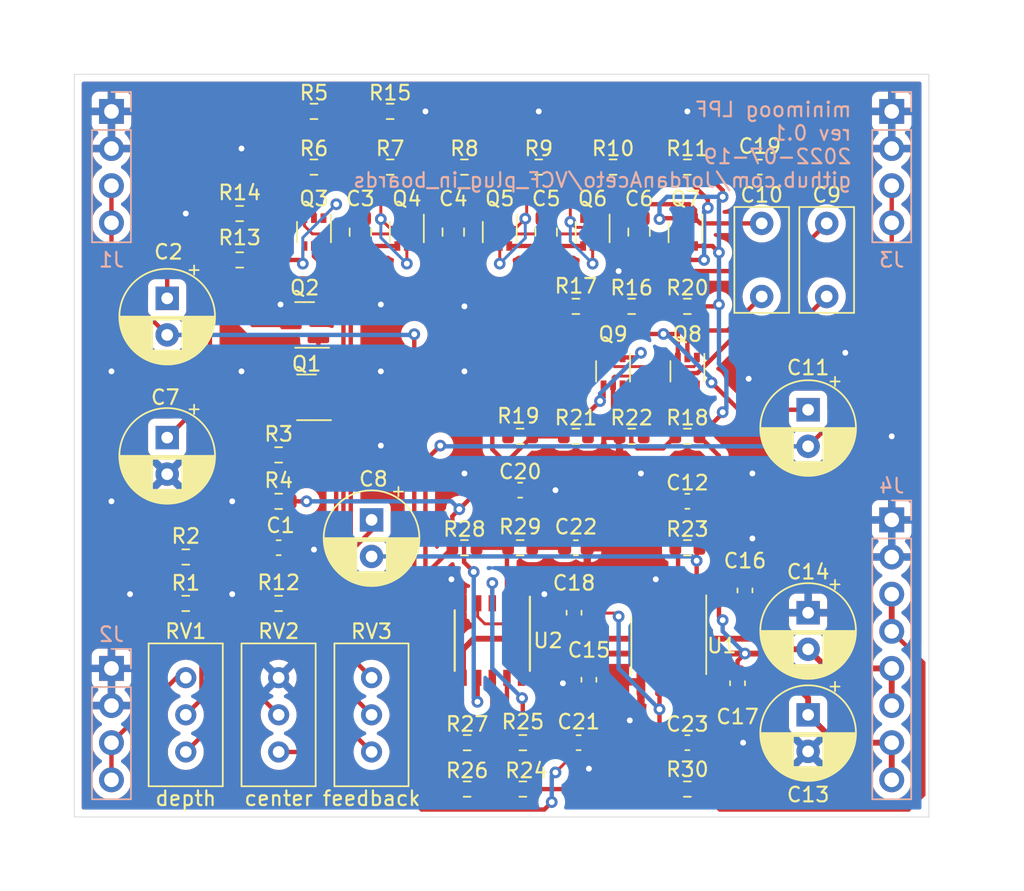
<source format=kicad_pcb>
(kicad_pcb (version 20211014) (generator pcbnew)
  (title_block (title "minimoog LPF plug-in board") (date "2022-07-19") (rev "0.1") (comment 1 "creativecommons.org/licenses/by/4.0/") (comment 2 "License: CC by 4.0") (comment 3 "Author: Jordan Aceto"))
  (layers (0 "F.Cu" signal) (31 "B.Cu" signal) (34 "B.Paste" user) (35 "F.Paste" user) (36 "B.SilkS" user "B.Silkscreen") (37 "F.SilkS" user "F.Silkscreen") (38 "B.Mask" user) (39 "F.Mask" user) (44 "Edge.Cuts" user))
  (net 0 "")
  (net 1 "GND")
  (net 2 "+12V")
  (net 3 "-12V")
  (net 4 "/DRY_SIGNAL")
  (net 5 "Net-(C1-Pad2)")
  (net 6 "Net-(C3-Pad1)")
  (net 7 "Net-(C4-Pad2)")
  (net 8 "Net-(C5-Pad1)")
  (net 9 "Net-(C2-Pad1)")
  (net 10 "Net-(C3-Pad2)")
  (net 11 "Net-(C4-Pad1)")
  (net 12 "Net-(C5-Pad2)")
  (net 13 "Net-(C10-Pad2)")
  (net 14 "Net-(C6-Pad2)")
  (net 15 "/feedback_VCA/SIGNAL_OUT")
  (net 16 "Net-(C9-Pad2)")
  (net 17 "Net-(C7-Pad1)")
  (net 18 "/feedback_VCA/WET_IN")
  (net 19 "Net-(C8-Pad1)")
  (net 20 "Net-(C12-Pad2)")
  (net 21 "Net-(C21-Pad1)")
  (net 22 "Net-(C10-Pad1)")
  (net 23 "Net-(C11-Pad1)")
  (net 24 "Net-(C22-Pad1)")
  (net 25 "Net-(C23-Pad1)")
  (net 26 "Net-(Q1-Pad3)")
  (net 27 "Net-(Q1-Pad2)")
  (net 28 "Net-(C23-Pad2)")
  (net 29 "/low_pass_core/FREQ_CV_IN")
  (net 30 "Net-(Q3-Pad2)")
  (net 31 "Net-(Q4-Pad2)")
  (net 32 "/feedback_VCA/CV_IN")
  (net 33 "Net-(Q8-Pad1)")
  (net 34 "Net-(Q8-Pad4)")
  (net 35 "Net-(Q2-Pad3)")
  (net 36 "Net-(R1-Pad1)")
  (net 37 "Net-(R2-Pad1)")
  (net 38 "Net-(Q5-Pad2)")
  (net 39 "Net-(R12-Pad1)")
  (net 40 "Net-(Q3-Pad1)")
  (net 41 "Net-(R14-Pad1)")
  (net 42 "Net-(Q8-Pad6)")
  (net 43 "Net-(Q6-Pad2)")
  (net 44 "Net-(Q7-Pad2)")
  (net 45 "Net-(R24-Pad2)")
  (net 46 "Net-(Q9-Pad1)")
  (net 47 "Net-(R25-Pad1)")
  (net 48 "Net-(R28-Pad1)")
  (net 49 "Net-(Q3-Pad5)")
  (footprint "Capacitor_THT:CP_Radial_D6.3mm_P2.50mm" (layer "F.Cu") (at 140.335 104.14 -90)
    (fp_text reference "C8")
    (fp_text value "10u")
  )
  (footprint "Capacitor_SMD:C_0603_1608Metric" (layer "F.Cu") (at 165.862 108.966 -90)
    (fp_text reference "C16")
    (fp_text value "100nF")
  )
  (footprint "Capacitor_SMD:C_0603_1608Metric" (layer "F.Cu") (at 161.925 119.38 180)
    (fp_text reference "C23")
    (fp_text value "1n")
  )
  (footprint "Resistor_SMD:R_0603_1608Metric" (layer "F.Cu") (at 127.635 106.68)
    (fp_text reference "R2")
    (fp_text value "1k")
  )
  (footprint "Package_TO_SOT_SMD:SOT-363_SC-70-6" (layer "F.Cu") (at 156.845 93.98 -90)
    (fp_text reference "Q9")
    (fp_text value "BCM847")
  )
  (footprint "Capacitor_THT:CP_Radial_D6.3mm_P2.50mm" (layer "F.Cu") (at 170.18 96.607621 -90)
    (fp_text reference "C11")
    (fp_text value "10u")
  )
  (footprint "Resistor_SMD:R_0603_1608Metric" (layer "F.Cu") (at 141.605 80.01 180)
    (fp_text reference "R7")
    (fp_text value "150")
  )
  (footprint "Package_SO:SOIC-8_3.9x4.9mm_P1.27mm" (layer "F.Cu") (at 160.655 112.745 -90)
    (fp_text reference "U1")
    (fp_text value "TL072")
  )
  (footprint "Package_TO_SOT_SMD:SOT-363_SC-70-6" (layer "F.Cu") (at 149.098 84.455 -90)
    (fp_text reference "Q5")
    (fp_text value "BCM847")
  )
  (footprint "Capacitor_THT:CP_Radial_D6.3mm_P2.50mm" (layer "F.Cu") (at 126.365 98.512621 -90)
    (fp_text reference "C7")
    (fp_text value "220u")
  )
  (footprint "Capacitor_SMD:C_0603_1608Metric" (layer "F.Cu") (at 165.354 115.316 -90)
    (fp_text reference "C17")
    (fp_text value "100nF")
  )
  (footprint "Resistor_SMD:R_0603_1608Metric" (layer "F.Cu") (at 158.115 89.535 180)
    (fp_text reference "R16")
    (fp_text value "47k")
  )
  (footprint "Potentiometer_THT:Potentiometer_Bourns_3296W_Vertical" (layer "F.Cu") (at 127.635 120.015 -90)
    (fp_text reference "RV1")
    (fp_text value "10k")
  )
  (footprint "Resistor_SMD:R_0603_1608Metric" (layer "F.Cu") (at 133.985 102.87)
    (fp_text reference "R4")
    (fp_text value "330")
  )
  (footprint "Capacitor_SMD:C_0603_1608Metric" (layer "F.Cu") (at 154.178 110.49 -90)
    (fp_text reference "C18")
    (fp_text value "100nF")
  )
  (footprint "Resistor_SMD:R_0603_1608Metric" (layer "F.Cu") (at 158.115 98.425 180)
    (fp_text reference "R22")
    (fp_text value "47k")
  )
  (footprint "Capacitor_THT:C_Rect_L7.0mm_W3.5mm_P5.00mm" (layer "F.Cu") (at 171.45 83.86 -90)
    (fp_text reference "C9")
    (fp_text value "470n")
  )
  (footprint "Capacitor_THT:CP_Radial_D6.3mm_P2.50mm" (layer "F.Cu") (at 126.365 88.987621 -90)
    (fp_text reference "C2")
    (fp_text value "10u")
  )
  (footprint "Capacitor_SMD:C_0603_1608Metric" (layer "F.Cu") (at 154.305 106.045)
    (fp_text reference "C22")
    (fp_text value "1n")
  )
  (footprint "Resistor_SMD:R_0603_1608Metric" (layer "F.Cu") (at 161.925 98.425 180)
    (fp_text reference "R18")
    (fp_text value "1k2")
  )
  (footprint "Package_TO_SOT_SMD:SOT-363_SC-70-6" (layer "F.Cu") (at 142.748 84.455 -90)
    (fp_text reference "Q4")
    (fp_text value "BCM847")
  )
  (footprint "Resistor_SMD:R_0603_1608Metric" (layer "F.Cu") (at 161.925 89.535 180)
    (fp_text reference "R20")
    (fp_text value "1k2")
  )
  (footprint "Capacitor_SMD:C_0805_2012Metric" (layer "F.Cu") (at 158.623 84.455 -90)
    (fp_text reference "C6")
    (fp_text value "22n 5%")
  )
  (footprint "Resistor_SMD:R_0603_1608Metric" (layer "F.Cu") (at 161.925 122.555)
    (fp_text reference "R30")
    (fp_text value "51k")
  )
  (footprint "Resistor_SMD:R_0603_1608Metric" (layer "F.Cu") (at 136.398 80.01)
    (fp_text reference "R6")
    (fp_text value "330")
  )
  (footprint "Package_TO_SOT_SMD:SOT-23" (layer "F.Cu") (at 135.89 95.758 180)
    (fp_text reference "Q1")
    (fp_text value "MMBT3906")
  )
  (footprint "Resistor_SMD:R_0603_1608Metric" (layer "F.Cu") (at 146.685 106.045 180)
    (fp_text reference "R28")
    (fp_text value "270k")
  )
  (footprint "Capacitor_SMD:C_0603_1608Metric" (layer "F.Cu") (at 155.194 115.075 -90)
    (fp_text reference "C15")
    (fp_text value "100nF")
  )
  (footprint "Capacitor_THT:CP_Radial_D6.3mm_P2.50mm" (layer "F.Cu") (at 170.18 117.475 -90)
    (fp_text reference "C13")
    (fp_text value "10u")
  )
  (footprint "Capacitor_THT:CP_Radial_D6.3mm_P2.50mm" (layer "F.Cu") (at 170.18 110.49 -90)
    (fp_text reference "C14")
    (fp_text value "10u")
  )
  (footprint "Resistor_SMD:R_0603_1608Metric" (layer "F.Cu") (at 127.635 109.855 180)
    (fp_text reference "R1")
    (fp_text value "220")
  )
  (footprint "Package_TO_SOT_SMD:SOT-363_SC-70-6" (layer "F.Cu") (at 161.798 84.455 -90)
    (fp_text reference "Q7")
    (fp_text value "BCM847")
  )
  (footprint "Resistor_SMD:R_0603_1608Metric" (layer "F.Cu") (at 150.495 98.425)
    (fp_text reference "R19")
    (fp_text value "1k2")
  )
  (footprint "Resistor_SMD:R_0603_1608Metric" (layer "F.Cu") (at 141.605 76.2)
    (fp_text reference "R15")
    (fp_text value "220")
  )
  (footprint "Potentiometer_THT:Potentiometer_Bourns_3296W_Vertical" (layer "F.Cu") (at 133.985 120.015 -90)
    (fp_text reference "RV2")
    (fp_text value "10k")
  )
  (footprint "Capacitor_SMD:C_0805_2012Metric" (layer "F.Cu") (at 152.273 84.455 90)
    (fp_text reference "C5")
    (fp_text value "22n 5%")
  )
  (footprint "Package_TO_SOT_SMD:SOT-23" (layer "F.Cu") (at 135.763 90.805 180)
    (fp_text reference "Q2")
    (fp_text value "MMBT3904")
  )
  (footprint "Resistor_SMD:R_0603_1608Metric" (layer "F.Cu") (at 146.87 122.555 180)
    (fp_text reference "R26")
    (fp_text value "33k")
  )
  (footprint "Resistor_SMD:R_0603_1608Metric" (layer "F.Cu") (at 150.68 119.38)
    (fp_text reference "R25")
    (fp_text value "270")
  )
  (footprint "Resistor_SMD:R_0603_1608Metric" (layer "F.Cu") (at 146.87 119.38 180)
    (fp_text reference "R27")
    (fp_text value "33k")
  )
  (footprint "Resistor_SMD:R_0603_1608Metric" (layer "F.Cu") (at 161.925 106.045 180)
    (fp_text reference "R23")
    (fp_text value "33k")
  )
  (footprint "Potentiometer_THT:Potentiometer_Bourns_3296W_Vertical" (layer "F.Cu") (at 140.335 120.015 -90)
    (fp_text reference "RV3")
    (fp_text value "10k")
  )
  (footprint "Resistor_SMD:R_0603_1608Metric" (layer "F.Cu") (at 131.318 83.185)
    (fp_text reference "R14")
    (fp_text value "330")
  )
  (footprint "Resistor_SMD:R_0603_1608Metric" (layer "F.Cu") (at 154.305 98.425 180)
    (fp_text reference "R21")
    (fp_text value "220k")
  )
  (footprint "Package_TO_SOT_SMD:SOT-363_SC-70-6" (layer "F.Cu") (at 136.398 84.455 -90)
    (fp_text reference "Q3")
    (fp_text value "BCM847")
  )
  (footprint "Resistor_SMD:R_0603_1608Metric" (layer "F.Cu") (at 151.765 80.01 180)
    (fp_text reference "R9")
    (fp_text value "150")
  )
  (footprint "Resistor_SMD:R_0603_1608Metric" (layer "F.Cu") (at 154.305 89.535 180)
    (fp_text reference "R17")
    (fp_text value "220k")
  )
  (footprint "Package_SO:SSOP-10_3.9x4.9mm_P1.00mm" (layer "F.Cu") (at 148.59 112.395 -90)
    (fp_text reference "U2")
    (fp_text value "SSI2162")
  )
  (footprint "Capacitor_SMD:C_0603_1608Metric" (layer "F.Cu") (at 133.985 106.045 180)
    (fp_text reference "C1")
    (fp_text value "1n")
  )
  (footprint "Capacitor_THT:C_Rect_L7.0mm_W3.5mm_P5.00mm" (layer "F.Cu") (at 167.005 83.86 -90)
    (fp_text reference "C10")
    (fp_text value "470n")
  )
  (footprint "Resistor_SMD:R_0603_1608Metric" (layer "F.Cu") (at 161.925 80.01 180)
    (fp_text reference "R11")
    (fp_text value "220")
  )
  (footprint "Resistor_SMD:R_0603_1608Metric" (layer "F.Cu") (at 133.985 99.695)
    (fp_text reference "R3")
    (fp_text value "220k")
  )
  (footprint "Resistor_SMD:R_0603_1608Metric" (layer "F.Cu") (at 136.398 76.2)
    (fp_text reference "R5")
    (fp_text value "15k")
  )
  (footprint "Resistor_SMD:R_0603_1608Metric" (layer "F.Cu") (at 133.985 109.855)
    (fp_text reference "R12")
    (fp_text value "100k")
  )
  (footprint "Resistor_SMD:R_0603_1608Metric" (layer "F.Cu") (at 131.318 86.36 180)
    (fp_text reference "R13")
    (fp_text value "680")
  )
  (footprint "Resistor_SMD:R_0603_1608Metric" (layer "F.Cu") (at 150.495 106.045)
    (fp_text reference "R29")
    (fp_text value "270")
  )
  (footprint "Capacitor_SMD:C_0603_1608Metric" (layer "F.Cu") (at 154.49 119.38)
    (fp_text reference "C21")
    (fp_text value "1n")
  )
  (footprint "Package_TO_SOT_SMD:SOT-363_SC-70-6" (layer "F.Cu") (at 161.925 93.98 -90)
    (fp_text reference "Q8")
    (fp_text value "BCM847")
  )
  (footprint "Capacitor_SMD:C_0603_1608Metric" (layer "F.Cu") (at 161.925 102.87 180)
    (fp_text reference "C12")
    (fp_text value "470p")
  )
  (footprint "Resistor_SMD:R_0603_1608Metric" (layer "F.Cu") (at 150.68 122.555 180)
    (fp_text reference "R24")
    (fp_text value "4k7")
  )
  (footprint "Capacitor_SMD:C_0603_1608Metric" (layer "F.Cu") (at 150.495 102.108 180)
    (fp_text reference "C20")
    (fp_text value "100nF")
  )
  (footprint "Capacitor_SMD:C_0805_2012Metric" (layer "F.Cu") (at 139.573 84.455 90)
    (fp_text reference "C3")
    (fp_text value "22n 5%")
  )
  (footprint "Package_TO_SOT_SMD:SOT-363_SC-70-6" (layer "F.Cu") (at 155.448 84.455 -90)
    (fp_text reference "Q6")
    (fp_text value "BCM847")
  )
  (footprint "Capacitor_SMD:C_0603_1608Metric" (layer "F.Cu") (at 166.878 80.01)
    (fp_text reference "C19")
    (fp_text value "100nF")
  )
  (footprint "Capacitor_SMD:C_0805_2012Metric" (layer "F.Cu") (at 145.923 84.455 -90)
    (fp_text reference "C4")
    (fp_text value "22n 5%")
  )
  (footprint "Resistor_SMD:R_0603_1608Metric" (layer "F.Cu") (at 146.685 80.01 180)
    (fp_text reference "R8")
    (fp_text value "150")
  )
  (footprint "Resistor_SMD:R_0603_1608Metric" (layer "F.Cu") (at 156.845 80.01 180)
    (fp_text reference "R10")
    (fp_text value "150")
  )
  (footprint "Connector_PinHeader_2.54mm:PinHeader_1x04_P2.54mm_Vertical" (layer "B.Cu") (at 122.555 76.2 180)
    (fp_text reference "J1")
    (fp_text value "signal_in")
  )
  (footprint "Connector_PinHeader_2.54mm:PinHeader_1x04_P2.54mm_Vertical" (layer "B.Cu") (at 122.555 114.3 180)
    (fp_text reference "J2")
    (fp_text value "CV_in")
  )
  (footprint "Connector_PinHeader_2.54mm:PinHeader_1x04_P2.54mm_Vertical" (layer "B.Cu") (at 175.895 76.2 180)
    (fp_text reference "J3")
    (fp_text value "signal_out")
  )
  (footprint "Connector_PinHeader_2.54mm:PinHeader_1x08_P2.54mm_Vertical" (layer "B.Cu") (at 175.895 104.14 180)
    (fp_text reference "J4")
    (fp_text value "feedback_CV_and_power")
  )
  (gr_line (start 120.015 73.66) (end 120.015 124.46) (layer "Edge.Cuts") (width 0.05))
  (gr_line (start 178.435 73.66) (end 178.435 124.46) (layer "Edge.Cuts") (width 0.05))
  (gr_line (start 120.015 124.46) (end 178.435 124.46) (layer "Edge.Cuts") (width 0.05))
  (gr_line (start 120.015 73.66) (end 178.435 73.66) (layer "Edge.Cuts") (width 0.05))
  (gr_text "minimoog LPF\nrev 0.1\n2022-07-19\ngithub.com/JordanAceto/VCF_plug_in_boards" (at 173.228 78.486) (layer "B.SilkS") (effects (font (size 1 1)) (justify left mirror)))
  (gr_text "center" (at 133.985 123.19) (layer "F.SilkS") (effects (font (size 1 1))))
  (gr_text "depth" (at 127.635 123.19) (layer "F.SilkS") (effects (font (size 1 1))))
  (gr_text "feedback" (at 140.335 123.19) (layer "F.SilkS") (effects (font (size 1 1))))
  (via (at 146.685 93.98) (size 0.8) (drill 0.4) (layers "F.Cu" "B.Cu") (net 1))
  (via (at 145.796 108.204) (size 0.8) (drill 0.4) (layers "F.Cu" "B.Cu") (net 1))
  (via (at 165.735 119.38) (size 0.8) (drill 0.4) (layers "F.Cu" "B.Cu") (net 1))
  (via (at 175.895 98.425) (size 0.8) (drill 0.4) (layers "F.Cu" "B.Cu") (net 1))
  (via (at 151.765 76.2) (size 0.8) (drill 0.4) (layers "F.Cu" "B.Cu") (net 1))
  (via (at 172.72 92.71) (size 0.8) (drill 0.4) (layers "F.Cu" "B.Cu") (net 1))
  (via (at 122.555 93.98) (size 0.8) (drill 0.4) (layers "F.Cu" "B.Cu") (net 1))
  (via (at 122.555 102.87) (size 0.8) (drill 0.4) (layers "F.Cu" "B.Cu") (net 1))
  (via (at 131.445 93.98) (size 0.8) (drill 0.4) (layers "F.Cu" "B.Cu") (net 1))
  (via (at 152.146 109.22) (size 0.8) (drill 0.4) (layers "F.Cu" "B.Cu") (net 1))
  (via (at 153.416 115.316) (size 0.8) (drill 0.4) (layers "F.Cu" "B.Cu") (net 1))
  (via (at 146.685 100.965) (size 0.8) (drill 0.4) (layers "F.Cu" "B.Cu") (net 1))
  (via (at 131.445 78.74) (size 0.8) (drill 0.4) (layers "F.Cu" "B.Cu") (net 1))
  (via (at 130.81 102.87) (size 0.8) (drill 0.4) (layers "F.Cu" "B.Cu") (net 1))
  (via (at 134.112 89.408) (size 0.8) (drill 0.4) (layers "F.Cu" "B.Cu") (net 1))
  (via (at 161.925 76.2) (size 0.8) (drill 0.4) (layers "F.Cu" "B.Cu") (net 1))
  (via (at 157.988 117.856) (size 0.8) (drill 0.4) (layers "F.Cu" "B.Cu") (net 1))
  (via (at 155.194 121.158) (size 0.8) (drill 0.4) (layers "F.Cu" "B.Cu") (net 1))
  (via (at 166.37 105.41) (size 0.8) (drill 0.4) (layers "F.Cu" "B.Cu") (net 1))
  (via (at 159.766 108.204) (size 0.8) (drill 0.4) (layers "F.Cu" "B.Cu") (net 1))
  (via (at 140.97 93.98) (size 0.8) (drill 0.4) (layers "F.Cu" "B.Cu") (net 1))
  (via (at 127.635 83.185) (size 0.8) (drill 0.4) (layers "F.Cu" "B.Cu") (net 1))
  (via (at 152.908 102.108) (size 0.8) (drill 0.4) (layers "F.Cu" "B.Cu") (net 1))
  (via (at 140.97 89.408) (size 0.8) (drill 0.4) (layers "F.Cu" "B.Cu") (net 1))
  (via (at 146.685 89.535) (size 0.8) (drill 0.4) (layers "F.Cu" "B.Cu") (net 1))
  (via (at 140.97 99.06) (size 0.8) (drill 0.4) (layers "F.Cu" "B.Cu") (net 1))
  (via (at 166.37 100.965) (size 0.8) (drill 0.4) (layers "F.Cu" "B.Cu") (net 1))
  (via (at 123.825 109.22) (size 0.8) (drill 0.4) (layers "F.Cu" "B.Cu") (net 1))
  (via (at 158.75 100.965) (size 0.8) (drill 0.4) (layers "F.Cu" "B.Cu") (net 1))
  (via (at 157.226 87.122) (size 0.8) (drill 0.4) (layers "F.Cu" "B.Cu") (net 1))
  (via (at 136.398 106.172) (size 0.8) (drill 0.4) (layers "F.Cu" "B.Cu") (net 1))
  (via (at 166.116 94.488) (size 0.8) (drill 0.4) (layers "F.Cu" "B.Cu") (net 1))
  (via (at 130.81 109.22) (size 0.8) (drill 0.4) (layers "F.Cu" "B.Cu") (net 1))
  (via (at 144.018 76.2) (size 0.8) (drill 0.4) (layers "F.Cu" "B.Cu") (net 1))
  (segment (start 164.338 96.837) (end 162.75 98.425) (width 0.3) (layer "F.Cu") (net 2))
  (segment (start 133.985 120.015) (end 137.541 120.015) (width 0.3) (layer "F.Cu") (net 2))
  (segment (start 143.764 123.952) (end 152.146 123.952) (width 0.3) (layer "F.Cu") (net 2))
  (segment (start 164.084 99.759) (end 164.084 110.744) (width 0.3) (layer "F.Cu") (net 2))
  (segment (start 137.541 120.015) (end 138.938 121.412) (width 0.3) (layer "F.Cu") (net 2))
  (segment (start 150.59 114.945) (end 150.59 113.824) (width 0.4) (layer "F.Cu") (net 2))
  (segment (start 155.194 113.284) (end 155.194 114.3) (width 0.3) (layer "F.Cu") (net 2))
  (segment (start 160.081 83.505) (end 160.02 83.566) (width 0.3) (layer "F.Cu") (net 2))
  (segment (start 167.132 113.284) (end 170.18 116.332) (width 0.4) (layer "F.Cu") (net 2))
  (segment (start 161.148 83.505) (end 160.081 83.505) (width 0.3) (layer "F.Cu") (net 2))
  (segment (start 175.895 121.92) (end 175.895 119.38) (width 0.4) (layer "F.Cu") (net 2))
  (segment (start 138.938 121.412) (end 141.224 121.412) (width 0.3) (layer "F.Cu") (net 2))
  (segment (start 162.75 98.425) (end 164.084 99.759) (width 0.3) (layer "F.Cu") (net 2))
  (segment (start 141.224 121.412) (end 143.764 123.952) (width 0.3) (layer "F.Cu") (net 2))
  (segment (start 170.18 116.332) (end 170.18 117.475) (width 0.4) (layer "F.Cu") (net 2))
  (segment (start 150.59 113.824) (end 151.13 113.284) (width 0.4) (layer "F.Cu") (net 2))
  (segment (start 162.814 113.284) (end 162.56 113.538) (width 0.4) (layer "F.Cu") (net 2))
  (segment (start 155.194 113.284) (end 162.814 113.284) (width 0.4) (layer "F.Cu") (net 2))
  (segment (start 163.637 85.405) (end 164.084 85.852) (width 0.3) (layer "F.Cu") (net 2))
  (segment (start 162.75 80.01) (end 166.103 80.01) (width 0.3) (layer "F.Cu") (net 2))
  (segment (start 162.814 113.284) (end 167.132 113.284) (width 0.4) (layer "F.Cu") (net 2))
  (segment (start 152.146 123.952) (end 152.654 123.444) (width 0.3) (layer "F.Cu") (net 2))
  (segment (start 165.354 114.541) (end 165.354 113.792) (width 0.3) (layer "F.Cu") (net 2))
  (segment (start 151.2162 114.945) (end 150.59 114.945) (width 0.2) (layer "F.Cu") (net 2))
  (segment (start 164.338 96.774) (end 164.338 96.837) (width 0.3) (layer "F.Cu") (net 2))
  (segment (start 175.895 119.38) (end 172.085 119.38) (width 0.4) (layer "F.Cu") (net 2))
  (segment (start 172.085 119.38) (end 170.18 117.475) (width 0.4) (layer "F.Cu") (net 2))
  (segment (start 151.13 113.284) (end 155.194 113.284) (width 0.4) (layer "F.Cu") (net 2))
  (segment (start 165.354 113.792) (end 165.862 113.284) (width 0.3) (layer "F.Cu") (net 2))
  (segment (start 162.56 113.538) (end 162.56 115.22) (width 0.4) (layer "F.Cu") (net 2))
  (segment (start 162.448 85.405) (end 163.637 85.405) (width 0.3) (layer "F.Cu") (net 2))
  (segment (start 152.908 121.412) (end 154.4828 119.8372) (width 0.2) (layer "F.Cu") (net 2))
  (segment (start 164.084 110.744) (end 164.338 110.998) (width 0.3) (layer "F.Cu") (net 2))
  (segment (start 163.957 89.535) (end 164.084 89.408) (width 0.3) (layer "F.Cu") (net 2))
  (segment (start 162.75 89.535) (end 163.957 89.535) (width 0.3) (layer "F.Cu") (net 2))
  (segment (start 154.4828 119.8372) (end 154.4828 118.2116) (width 0.2) (layer "F.Cu") (net 2))
  (segment (start 162.75 80.01) (end 164.338 81.598) (width 0.3) (layer "F.Cu") (net 2))
  (segment (start 154.4828 118.2116) (end 151.2162 114.945) (width 0.2) (layer "F.Cu") (net 2))
  (segment (start 164.338 81.598) (end 164.338 82.042) (width 0.3) (layer "F.Cu") (net 2))
  (via (at 160.02 83.566) (size 0.8) (drill 0.4) (layers "F.Cu" "B.Cu") (net 2))
  (via (at 152.654 123.444) (size 0.8) (drill 0.4) (layers "F.Cu" "B.Cu") (net 2))
  (via (at 152.908 121.412) (size 0.8) (drill 0.4) (layers "F.Cu" "B.Cu") (net 2))
  (via (at 164.084 85.852) (size 0.8) (drill 0.4) (layers "F.Cu" "B.Cu") (net 2))
  (via (at 164.338 96.774) (size 0.8) (drill 0.4) (layers "F.Cu" "B.Cu") (net 2))
  (via (at 165.862 113.284) (size 0.8) (drill 0.4) (layers "F.Cu" "B.Cu") (net 2))
  (via (at 164.084 89.408) (size 0.8) (drill 0.4) (layers "F.Cu" "B.Cu") (net 2))
  (via (at 164.338 82.042) (size 0.8) (drill 0.4) (layers "F.Cu" "B.Cu") (net 2))
  (via (at 164.338 110.998) (size 0.8) (drill 0.4) (layers "F.Cu" "B.Cu") (net 2))
  (segment (start 164.084 93.472) (end 164.592 93.98) (width 0.3) (layer "B.Cu") (net 2))
  (segment (start 164.084 82.296) (end 164.338 82.042) (width 0.3) (layer "B.Cu") (net 2))
  (segment (start 160.02 82.55) (end 160.528 82.042) (width 0.3) (layer "B.Cu") (net 2))
  (segment (start 160.02 83.566) (end 160.02 82.55) (width 0.3) (layer "B.Cu") (net 2))
  (segment (start 152.654 123.444) (end 152.654 121.666) (width 0.3) (layer "B.Cu") (net 2))
  (segment (start 152.654 121.666) (end 152.908 121.412) (width 0.3) (layer "B.Cu") (net 2))
  (segment (start 164.084 85.852) (end 164.084 82.296) (width 0.3) (layer "B.Cu") (net 2))
  (segment (start 164.338 111.76) (end 165.862 113.284) (width 0.3) (layer "B.Cu") (net 2))
  (segment (start 164.338 110.998) (end 164.338 111.76) (width 0.3) (layer "B.Cu") (net 2))
  (segment (start 164.592 93.98) (end 164.592 96.52) (width 0.3) (layer "B.Cu") (net 2))
  (segment (start 164.592 96.52) (end 164.338 96.774) (width 0.3) (layer "B.Cu") (net 2))
  (segment (start 160.528 82.042) (end 164.338 82.042) (width 0.3) (layer "B.Cu") (net 2))
  (segment (start 164.084 89.408) (end 164.084 93.472) (width 0.3) (layer "B.Cu") (net 2))
  (segment (start 164.084 89.408) (end 164.084 85.852) (width 0.3) (layer "B.Cu") (net 2))
  (segment (start 134.81 102.87) (end 135.89 102.87) (width 0.3) (layer "F.Cu") (net 3))
  (segment (start 144.526 107.379) (end 144.526 110.934) (width 0.3) (layer "F.Cu") (net 3))
  (segment (start 175.895 116.84) (end 175.895 114.3) (width 0.4) (layer "F.Cu") (net 3))
  (segment (start 147.32 112.268) (end 154.178 112.268) (width 0.4) (layer "F.Cu") (net 3))
  (segment (start 158.75 112.014) (end 158.75 110.27) (width 0.4) (layer "F.Cu") (net 3))
  (segment (start 171.49 114.3) (end 170.18 112.99) (width 0.4) (layer "F.Cu") (net 3))
  (segment (start 144.526 110.934) (end 146.59 112.998) (width 0.3) (layer "F.Cu") (net 3))
  (segment (start 134.81 99.695) (end 134.81 102.87) (width 0.3) (layer "F.Cu") (net 3))
  (segment (start 152.9 96.274) (end 150.568183 96.274) (width 0.3) (layer "F.Cu") (net 3))
  (segment (start 145.86 106.045) (end 145.86 103.885) (width 0.3) (layer "F.Cu") (net 3))
  (segment (start 165.862 109.741) (end 165.862 112.268) (width 0.3) (layer "F.Cu") (net 3))
  (segment (start 158.496 112.268) (end 165.862 112.268) (width 0.4) (layer "F.Cu") (net 3))
  (segment (start 146.59 112.998) (end 147.32 112.268) (width 0.4) (layer "F.Cu") (net 3))
  (segment (start 150.568183 96.274) (end 148.59 98.252183) (width 0.3) (layer "F.Cu") (net 3))
  (segment (start 154.178 112.268) (end 158.496 112.268) (width 0.4) (layer "F.Cu") (net 3))
  (segment (start 167.854 112.99) (end 170.18 112.99) (width 0.4) (layer "F.Cu") (net 3))
  (segment (start 165.862 112.268) (end 167.132 112.268) (width 0.4) (layer "F.Cu") (net 3))
  (segment (start 149.5105 100.2345) (end 149.5105 101.8985) (width 0.3) (layer "F.Cu") (net 3))
  (segment (start 145.86 106.045) (end 144.526 107.379) (width 0.3) (layer "F.Cu") (net 3))
  (segment (start 154.178 111.265) (end 154.178 112.268) (width 0.3) (layer "F.Cu") (net 3))
  (segment (start 145.86 103.885) (end 147.637 102.108) (width 0.3) (layer "F.Cu") (net 3))
  (segment (start 153.48 95.694) (end 152.9 96.274) (width 0.3) (layer "F.Cu") (net 3))
  (segment (start 149.5105 101.8985) (end 149.72 102.108) (width 0.3) (layer "F.Cu") (net 3))
  (segment (start 148.59 98.252183) (end 148.59 99.314) (width 0.3) (layer "F.Cu") (net 3))
  (segment (start 153.48 89.535) (end 153.48 95.694) (width 0.3) (layer "F.Cu") (net 3))
  (segment (start 175.895 114.3) (end 171.49 114.3) (width 0.4) (layer "F.Cu") (net 3))
  (segment (start 149.5105 100.2345) (end 151.32 98.425) (width 0.3) (layer "F.Cu") (net 3))
  (segment (start 148.59 99.314) (end 149.5105 100.2345) (width 0.3) (layer "F.Cu") (net 3))
  (segment (start 167.132 112.268) (end 167.854 112.99) (width 0.4) (layer "F.Cu") (net 3))
  (segment (start 151.32 98.425) (end 153.48 98.425) (width 0.3) (layer "F.Cu") (net 3))
  (segment (start 147.637 102.108) (end 149.72 102.108) (width 0.3) (layer "F.Cu") (net 3))
  (segment (start 158.496 112.268) (end 158.75 112.014) (width 0.4) (layer "F.Cu") (net 3))
  (segment (start 146.59 114.945) (end 146.59 112.998) (width 0.4) (layer "F.Cu") (net 3))
  (via (at 135.89 102.87) (size 0.8) (drill 0.4) (layers "F.Cu" "B.Cu") (net 3))
  (via (at 146.3355 103.4095) (size 0.8) (drill 0.4) (layers "F.Cu" "B.Cu") (net 3))
  (segment (start 145.796 102.87) (end 146.3355 103.4095) (width 0.3) (layer "B.Cu") (net 3))
  (segment (start 135.89 102.87) (end 145.796 102.87) (width 0.3) (layer "B.Cu") (net 3))
  (segment (start 146.045 122.555) (end 145.295 121.805) (width 0.3) (layer "F.Cu") (net 4))
  (segment (start 143.256 117.602) (end 143.256 91.44) (width 0.3) (layer "F.Cu") (net 4))
  (segment (start 122.555 87.677621) (end 122.555 83.82) (width 0.3) (layer "F.Cu") (net 4))
  (segment (start 145.295 121.805) (end 145.295 119.641) (width 0.3) (layer "F.Cu") (net 4))
  (segment (start 143.256 117.602) (end 145.295 119.641) (width 0.3) (layer "F.Cu") (net 4))
  (segment (start 126.365 91.487621) (end 122.555 87.677621) (width 0.3) (layer "F.Cu") (net 4))
  (segment (start 122.555 81.28) (end 122.555 83.82) (width 0.3) (layer "F.Cu") (net 4))
  (via (at 143.256 91.44) (size 0.8) (drill 0.4) (layers "F.Cu" "B.Cu") (net 4))
  (segment (start 143.208379 91.487621) (end 126.365 91.487621) (width 0.3) (layer "B.Cu") (net 4))
  (segment (start 143.256 91.44) (end 143.208379 91.487621) (width 0.3) (layer "B.Cu") (net 4))
  (segment (start 136.8275 96.708) (end 134.5336 96.708) (width 0.3) (layer "F.Cu") (net 5))
  (segment (start 134.5336 96.708) (end 133.16 98.0816) (width 0.3) (layer "F.Cu") (net 5))
  (segment (start 133.9596 105.2954) (end 133.9596 100.4946) (width 0.3) (layer "F.Cu") (net 5))
  (segment (start 132.575 106.68) (end 133.21 106.045) (width 0.3) (layer "F.Cu") (net 5))
  (segment (start 133.16 98.0816) (end 133.16 99.695) (width 0.3) (layer "F.Cu") (net 5))
  (segment (start 128.46 106.68) (end 132.575 106.68) (width 0.3) (layer "F.Cu") (net 5))
  (segment (start 133.9596 100.4946) (end 133.16 99.695) (width 0.3) (layer "F.Cu") (net 5))
  (segment (start 133.21 106.045) (end 133.9596 105.2954) (width 0.3) (layer "F.Cu") (net 5))
  (segment (start 137.048 85.405) (end 142.098 85.405) (width 0.3) (layer "F.Cu") (net 6))
  (segment (start 143.398 85.405) (end 148.448 85.405) (width 0.3) (layer "F.Cu") (net 7))
  (segment (start 149.748 85.405) (end 154.798 85.405) (width 0.3) (layer "F.Cu") (net 8))
  (segment (start 126.365 88.987621) (end 126.365 79.629) (width 0.3) (layer "F.Cu") (net 9))
  (segment (start 129.794 76.2) (end 135.573 76.2) (width 0.3) (layer "F.Cu") (net 9))
  (segment (start 126.365 79.629) (end 129.794 76.2) (width 0.3) (layer "F.Cu") (net 9))
  (segment (start 135.748 84.03) (end 136.3 84.582) (width 0.2) (layer "F.Cu") (net 10))
  (segment (start 136.3 84.582) (end 139.7 84.582) (width 0.2) (layer "F.Cu") (net 10))
  (segment (start 143.256 84.582) (end 143.398 84.44) (width 0.2) (layer "F.Cu") (net 10))
  (segment (start 139.573 84.455) (end 139.7 84.582) (width 0.2) (layer "F.Cu") (net 10))
  (segment (start 139.573 83.505) (end 139.573 84.455) (width 0.2) (layer "F.Cu") (net 10))
  (segment (start 135.748 83.505) (end 135.748 84.03) (width 0.2) (layer "F.Cu") (net 10))
  (segment (start 139.7 84.582) (end 143.256 84.582) (width 0.2) (layer "F.Cu") (net 10))
  (segment (start 143.398 84.44) (end 143.398 83.505) (width 0.2) (layer "F.Cu") (net 10))
  (segment (start 149.352 82.55) (end 149.748 82.946) (width 0.3) (layer "F.Cu") (net 11))
  (segment (start 142.098 82.88) (end 142.428 82.55) (width 0.3) (layer "F.Cu") (net 11))
  (segment (start 149.748 82.946) (end 149.748 83.505) (width 0.3) (layer "F.Cu") (net 11))
  (segment (start 146.05 82.55) (end 146.05 83.378) (width 0.3) (layer "F.Cu") (net 11))
  (segment (start 142.098 83.505) (end 142.098 82.88) (width 0.3) (layer "F.Cu") (net 11))
  (segment (start 142.428 82.55) (end 146.05 82.55) (width 0.3) (layer "F.Cu") (net 11))
  (segment (start 146.05 83.378) (end 145.923 83.505) (width 0.3) (layer "F.Cu") (net 11))
  (segment (start 146.05 82.55) (end 149.352 82.55) (width 0.3) (layer "F.Cu") (net 11))
  (segment (start 148.448 84.03) (end 149 84.582) (width 0.2) (layer "F.Cu") (net 12))
  (segment (start 156.098 84.186) (end 156.098 83.505) (width 0.2) (layer "F.Cu") (net 12))
  (segment (start 152.273 83.505) (end 152.273 84.455) (width 0.2) (layer "F.Cu") (net 12))
  (segment (start 155.702 84.582) (end 156.098 84.186) (width 0.2) (layer "F.Cu") (net 12))
  (segment (start 152.146 84.582) (end 155.702 84.582) (width 0.2) (layer "F.Cu") (net 12))
  (segment (start 148.448 83.505) (end 148.448 84.03) (width 0.2) (layer "F.Cu") (net 12))
  (segment (start 149 84.582) (end 152.146 84.582) (width 0.2) (layer "F.Cu") (net 12))
  (segment (start 152.273 84.455) (end 152.146 84.582) (width 0.2) (layer "F.Cu") (net 12))
  (segment (start 162.052 91.186) (end 161.925 91.059) (width 0.3) (layer "F.Cu") (net 13))
  (segment (start 164.679 91.186) (end 162.052 91.186) (width 0.3) (layer "F.Cu") (net 13))
  (segment (start 161.925 89.107183) (end 161.925 91.059) (width 0.3) (layer "F.Cu") (net 13))
  (segment (start 158.94 89.535) (end 159.765 88.71) (width 0.3) (layer "F.Cu") (net 13))
  (segment (start 161.527817 88.71) (end 161.925 89.107183) (width 0.3) (layer "F.Cu") (net 13))
  (segment (start 167.005 88.86) (end 164.679 91.186) (width 0.3) (layer "F.Cu") (net 13))
  (segment (start 161.925 91.059) (end 161.925 93.03) (width 0.3) (layer "F.Cu") (net 13))
  (segment (start 159.765 88.71) (end 161.527817 88.71) (width 0.3) (layer "F.Cu") (net 13))
  (segment (start 161.148 86.036401) (end 162.233599 87.122) (width 0.3) (layer "F.Cu") (net 14))
  (segment (start 156.098 85.405) (end 161.148 85.405) (width 0.3) (layer "F.Cu") (net 14))
  (segment (start 168.188 87.122) (end 171.45 83.86) (width 0.3) (layer "F.Cu") (net 14))
  (segment (start 162.233599 87.122) (end 168.188 87.122) (width 0.3) (layer "F.Cu") (net 14))
  (segment (start 161.148 85.405) (end 161.148 86.036401) (width 0.3) (layer "F.Cu") (net 14))
  (segment (start 162.7 102.87) (end 162.7 105.995) (width 0.3) (layer "F.Cu") (net 15))
  (segment (start 162.56 106.934) (end 162.56 106.235) (width 0.3) (layer "F.Cu") (net 15))
  (segment (start 162.56 106.235) (end 162.75 106.045) (width 0.3) (layer "F.Cu") (net 15))
  (segment (start 162.7 105.995) (end 162.75 106.045) (width 0.3) (layer "F.Cu") (net 15))
  (segment (start 162.56 110.27) (end 162.56 106.934) (width 0.3) (layer "F.Cu") (net 15))
  (via (at 162.56 106.934) (size 0.8) (drill 0.4) (layers "F.Cu" "B.Cu") (net 15))
  (segment (start 162.266 106.64) (end 162.56 106.934) (width 0.3) (layer "B.Cu") (net 15))
  (segment (start 140.335 106.64) (end 162.266 106.64) (width 0.3) (layer "B.Cu") (net 15))
  (segment (start 166.29169 90.424) (end 169.886 90.424) (width 0.3) (layer "F.Cu") (net 16))
  (segment (start 161.925 95.555) (end 159.055 98.425) (width 0.3) (layer "F.Cu") (net 16))
  (segment (start 159.055 98.425) (end 158.94 98.425) (width 0.3) (layer "F.Cu") (net 16))
  (segment (start 161.925 94.93) (end 161.925 94.305) (width 0.3) (layer "F.Cu") (net 16))
  (segment (start 161.925 94.93) (end 161.925 95.555) (width 0.3) (layer "F.Cu") (net 16))
  (segment (start 162.125499 94.104501) (end 162.611189 94.104501) (width 0.3) (layer "F.Cu") (net 16))
  (segment (start 161.925 94.305) (end 162.125499 94.104501) (width 0.3) (layer "F.Cu") (net 16))
  (segment (start 169.886 90.424) (end 171.45 88.86) (width 0.3) (layer "F.Cu") (net 16))
  (segment (start 162.611189 94.104501) (end 166.29169 90.424) (width 0.3) (layer "F.Cu") (net 16))
  (segment (start 131.997817 82.042) (end 132.143 82.187183) (width 0.3) (layer "F.Cu") (net 17))
  (segment (start 140.78 76.2) (end 139.8656 75.2856) (width 0.3) (layer "F.Cu") (net 17))
  (segment (start 136.8044 75.2856) (end 136.398 75.692) (width 0.3) (layer "F.Cu") (net 17))
  (segment (start 126.365 98.512621) (end 129.286 95.591621) (width 0.3) (layer "F.Cu") (net 17))
  (segment (start 129.286 82.804) (end 130.048 82.042) (width 0.3) (layer "F.Cu") (net 17))
  (segment (start 139.8656 75.2856) (end 136.8044 75.2856) (width 0.3) (layer "F.Cu") (net 17))
  (segment (start 140.78 76.2) (end 140.78 80.01) (width 0.3) (layer "F.Cu") (net 17))
  (segment (start 129.286 95.591621) (end 129.286 82.804) (width 0.3) (layer "F.Cu") (net 17))
  (segment (start 132.143 82.187183) (end 132.143 83.185) (width 0.3) (layer "F.Cu") (net 17))
  (segment (start 137.223 80.01) (end 140.78 80.01) (width 0.3) (layer "F.Cu") (net 17))
  (segment (start 136.398 77.932183) (end 132.143 82.187183) (width 0.3) (layer "F.Cu") (net 17))
  (segment (start 130.048 82.042) (end 131.997817 82.042) (width 0.3) (layer "F.Cu") (net 17))
  (segment (start 136.398 75.692) (end 136.398 77.932183) (width 0.3) (layer "F.Cu") (net 17))
  (segment (start 144.018 117.353) (end 144.018 100.076) (width 0.3) (layer "F.Cu") (net 18))
  (segment (start 146.045 119.38) (end 144.018 117.353) (width 0.3) (layer "F.Cu") (net 18))
  (segment (start 144.018 100.076) (end 145.034 99.06) (width 0.3) (layer "F.Cu") (net 18))
  (segment (start 175.895 83.82) (end 175.895 81.28) (width 0.3) (layer "F.Cu") (net 18))
  (segment (start 170.18 99.107621) (end 175.895 93.392621) (width 0.3) (layer "F.Cu") (net 18))
  (segment (start 175.895 93.392621) (end 175.895 83.82) (width 0.3) (layer "F.Cu") (net 18))
  (via (at 145.034 99.06) (size 0.8) (drill 0.4) (layers "F.Cu" "B.Cu") (net 18))
  (segment (start 145.034 99.06) (end 145.081621 99.107621) (width 0.3) (layer "B.Cu") (net 18))
  (segment (start 145.081621 99.107621) (end 170.18 99.107621) (width 0.3) (layer "B.Cu") (net 18))
  (segment (start 139.185 106.012202) (end 139.185 113.785) (width 0.3) (layer "F.Cu") (net 19))
  (segment (start 140.335 104.862202) (end 139.185 106.012202) (width 0.3) (layer "F.Cu") (net 19))
  (segment (start 139.185 113.785) (end 140.335 114.935) (width 0.3) (layer "F.Cu") (net 19))
  (segment (start 140.335 104.14) (end 140.335 104.862202) (width 0.3) (layer "F.Cu") (net 19))
  (segment (start 147.32 107.696) (end 146.6596 107.0356) (width 0.3) (layer "F.Cu") (net 20))
  (segment (start 161.1 102.92) (end 161.15 102.87) (width 0.3) (layer "F.Cu") (net 20))
  (segment (start 161.1 106.045) (end 161.1 104.204) (width 0.3) (layer "F.Cu") (net 20))
  (segment (start 161.1 104.204) (end 161.1 102.92) (width 0.3) (layer "F.Cu") (net 20))
  (segment (start 146.6596 105.642583) (end 148.098183 104.204) (width 0.3) (layer "F.Cu") (net 20))
  (segment (start 161.29 106.235) (end 161.1 106.045) (width 0.3) (layer "F.Cu") (net 20))
  (segment (start 161.29 110.27) (end 161.29 106.235) (width 0.3) (layer "F.Cu") (net 20))
  (segment (start 148.098183 104.204) (end 161.1 104.204) (width 0.3) (layer "F.Cu") (net 20))
  (segment (start 146.6596 107.0356) (end 146.6596 105.642583) (width 0.3) (layer "F.Cu") (net 20))
  (segment (start 147.59 116.57) (end 147.574 116.586) (width 0.3) (layer "F.Cu") (net 20))
  (segment (start 147.59 114.945) (end 147.59 116.57) (width 0.3) (layer "F.Cu") (net 20))
  (via (at 147.32 107.696) (size 0.8) (drill 0.4) (layers "F.Cu" "B.Cu") (net 20))
  (via (at 147.574 116.586) (size 0.8) (drill 0.4) (layers "F.Cu" "B.Cu") (net 20))
  (segment (start 147.32 116.332) (end 147.32 107.696) (width 0.3) (layer "B.Cu") (net 20))
  (segment (start 147.574 116.586) (end 147.32 116.332) (width 0.3) (layer "B.Cu") (net 20))
  (segment (start 151.505 119.38) (end 153.715 119.38) (width 0.3) (layer "F.Cu") (net 21))
  (segment (start 162.803 83.86) (end 167.005 83.86) (width 0.3) (layer "F.Cu") (net 22))
  (segment (start 154.798 83.505) (end 154.798 82.946) (width 0.3) (layer "F.Cu") (net 22))
  (segment (start 162.052 82.55) (end 162.448 82.946) (width 0.3) (layer "F.Cu") (net 22))
  (segment (start 162.448 82.946) (end 162.448 83.505) (width 0.3) (layer "F.Cu") (net 22))
  (segment (start 158.496 83.378) (end 158.623 83.505) (width 0.3) (layer "F.Cu") (net 22))
  (segment (start 155.194 82.55) (end 158.496 82.55) (width 0.3) (layer "F.Cu") (net 22))
  (segment (start 158.496 82.55) (end 162.052 82.55) (width 0.3) (layer "F.Cu") (net 22))
  (segment (start 158.496 82.55) (end 158.496 83.378) (width 0.3) (layer "F.Cu") (net 22))
  (segment (start 162.448 83.505) (end 162.803 83.86) (width 0.3) (layer "F.Cu") (net 22))
  (segment (start 154.798 82.946) (end 155.194 82.55) (width 0.3) (layer "F.Cu") (net 22))
  (segment (start 154.686 88.392) (end 155.470909 88.392) (width 0.3) (layer "F.Cu") (net 23))
  (segment (start 161.275 89.71) (end 161.275 91.425) (width 0.3) (layer "F.Cu") (net 23))
  (segment (start 154.2796 88.7984) (end 154.686 88.392) (width 0.3) (layer "F.Cu") (net 23))
  (segment (start 155.514 93.03) (end 154.2796 91.7956) (width 0.3) (layer "F.Cu") (net 23))
  (segment (start 165.441621 96.607621) (end 163.576 94.742) (width 0.3) (layer "F.Cu") (net 23))
  (segment (start 156.957705 91.425) (end 161.275 91.425) (width 0.3) (layer "F.Cu") (net 23))
  (segment (start 155.470909 88.392) (end 156.21 89.131091) (width 0.3) (layer "F.Cu") (net 23))
  (segment (start 156.21 90.677295) (end 156.957705 91.425) (width 0.3) (layer "F.Cu") (net 23))
  (segment (start 154.2796 91.7956) (end 154.2796 88.7984) (width 0.3) (layer "F.Cu") (net 23))
  (segment (start 156.195 93.03) (end 155.514 93.03) (width 0.3) (layer "F.Cu") (net 23))
  (segment (start 161.1 89.535) (end 161.275 89.71) (width 0.3) (layer "F.Cu") (net 23))
  (segment (start 170.18 96.607621) (end 165.441621 96.607621) (width 0.3) (layer "F.Cu") (net 23))
  (segment (start 156.21 89.131091) (end 156.21 90.677295) (width 0.3) (layer "F.Cu") (net 23))
  (segment (start 161.275 91.425) (end 161.275 93.03) (width 0.3) (layer "F.Cu") (net 23))
  (via (at 163.576 94.742) (size 0.8) (drill 0.4) (layers "F.Cu" "B.Cu") (net 23))
  (via (at 160.289 91.425) (size 0.8) (drill 0.4) (layers "F.Cu" "B.Cu") (net 23))
  (segment (start 163.576 94.488) (end 163.576 94.742) (width 0.3) (layer "B.Cu") (net 23))
  (segment (start 160.289 91.425) (end 160.513 91.425) (width 0.3) (layer "B.Cu") (net 23))
  (segment (start 160.513 91.425) (end 163.576 94.488) (width 0.3) (layer "B.Cu") (net 23))
  (segment (start 151.32 106.045) (end 153.53 106.045) (width 0.3) (layer "F.Cu") (net 24))
  (segment (start 151.505 121.279) (end 150.6728 120.4468) (width 0.3) (layer "F.Cu") (net 25))
  (segment (start 161.29 117.97) (end 162.7 119.38) (width 0.3) (layer "F.Cu") (net 25))
  (segment (start 151.505 122.555) (end 159.385 122.555) (width 0.3) (layer "F.Cu") (net 25))
  (segment (start 148.59 108.458) (end 148.59 109.845) (width 0.3) (layer "F.Cu") (net 25))
  (segment (start 151.505 122.555) (end 151.505 121.279) (width 0.3) (layer "F.Cu") (net 25))
  (segment (start 161.544 123.698) (end 161.8996 123.3424) (width 0.3) (layer "F.Cu") (net 25))
  (segment (start 160.528 123.698) (end 161.544 123.698) (width 0.3) (layer "F.Cu") (net 25))
  (segment (start 150.6728 120.4468) (end 150.6728 116.3828) (width 0.3) (layer "F.Cu") (net 25))
  (segment (start 159.385 122.555) (end 160.528 123.698) (width 0.3) (layer "F.Cu") (net 25))
  (segment (start 150.6728 116.3828) (end 150.622 116.332) (width 0.3) (layer "F.Cu") (net 25))
  (segment (start 161.8996 123.3424) (end 161.8996 120.1804) (width 0.3) (layer "F.Cu") (net 25))
  (segment (start 161.8996 120.1804) (end 162.7 119.38) (width 0.3) (layer "F.Cu") (net 25))
  (segment (start 161.29 115.22) (end 161.29 117.97) (width 0.3) (layer "F.Cu") (net 25))
  (via (at 150.622 116.332) (size 0.8) (drill 0.4) (layers "F.Cu" "B.Cu") (net 25))
  (via (at 148.59 108.458) (size 0.8) (drill 0.4) (layers "F.Cu" "B.Cu") (net 25))
  (segment (start 148.59 114.3) (end 148.59 108.458) (width 0.3) (layer "B.Cu") (net 25))
  (segment (start 150.622 116.332) (end 148.59 114.3) (width 0.3) (layer "B.Cu") (net 25))
  (segment (start 132.41 102.12) (end 132.41 96.825) (width 0.3) (layer "F.Cu") (net 26))
  (segment (start 134.8255 95.885) (end 134.9525 95.758) (width 0.3) (layer "F.Cu") (net 26))
  (segment (start 132.41 96.825) (end 133.35 95.885) (width 0.3) (layer "F.Cu") (net 26))
  (segment (start 133.35 95.885) (end 134.8255 95.885) (width 0.3) (layer "F.Cu") (net 26))
  (segment (start 133.16 102.87) (end 132.41 102.12) (width 0.3) (layer "F.Cu") (net 26))
  (segment (start 134.683 109.855) (end 136.017 109.855) (width 0.3) (layer "F.Cu") (net 27))
  (segment (start 136.017 109.855) (end 137.668 108.204) (width 0.3) (layer "F.Cu") (net 27))
  (segment (start 137.668 105.41) (end 137.915 105.163) (width 0.3) (layer "F.Cu") (net 27))
  (segment (start 136.7005 91.755) (end 136.7005 94.4395) (width 0.3) (layer "F.Cu") (net 27))
  (segment (start 136.652 94.488) (end 136.652 94.6325) (width 0.3) (layer "F.Cu") (net 27))
  (segment (start 137.915 105.163) (end 137.915 95.497) (width 0.3) (layer "F.Cu") (net 27))
  (segment (start 137.668 108.204) (end 137.668 105.41) (width 0.3) (layer "F.Cu") (net 27))
  (segment (start 136.7005 94.4395) (end 136.652 94.488) (width 0.3) (layer "F.Cu") (net 27))
  (segment (start 136.652 94.6325) (end 136.8275 94.808) (width 0.3) (layer "F.Cu") (net 27))
  (segment (start 137.915 95.497) (end 137.226 94.808) (width 0.3) (layer "F.Cu") (net 27))
  (segment (start 137.226 94.808) (end 136.8275 94.808) (width 0.3) (layer "F.Cu") (net 27))
  (segment (start 151.589 111.252) (end 152.326 110.515) (width 0.2) (layer "F.Cu") (net 28))
  (segment (start 152.326 110.515) (end 156.997 110.515) (width 0.2) (layer "F.Cu") (net 28))
  (segment (start 161.1 122.555) (end 161.1 119.43) (width 0.4) (layer "F.Cu") (net 28))
  (segment (start 160.02 118.25) (end 160.02 117.094) (width 0.3) (layer "F.Cu") (net 28))
  (segment (start 160.02 117.094) (end 160.02 115.22) (width 0.3) (layer "F.Cu") (net 28))
  (segment (start 156.997 110.515) (end 157.226 110.744) (width 0.2) (layer "F.Cu") (net 28))
  (segment (start 161.1 119.43) (end 161.15 119.38) (width 0.4) (layer "F.Cu") (net 28))
  (segment (start 147.59 109.845) (end 147.59 110.76) (width 0.2) (layer "F.Cu") (net 28))
  (segment (start 147.59 110.76) (end 148.082 111.252) (width 0.2) (layer "F.Cu") (net 28))
  (segment (start 161.15 119.38) (end 160.02 118.25) (width 0.3) (layer "F.Cu") (net 28))
  (segment (start 148.082 111.252) (end 151.589 111.252) (width 0.2) (layer "F.Cu") (net 28))
  (via (at 157.226 110.744) (size 0.8) (drill 0.4) (layers "F.Cu" "B.Cu") (net 28))
  (via (at 160.02 117.094) (size 0.8) (drill 0.4) (layers "F.Cu" "B.Cu") (net 28))
  (segment (start 157.226 114.3) (end 160.02 117.094) (width 0.3) (layer "B.Cu") (net 28))
  (segment (start 157.226 110.744) (end 157.226 114.3) (width 0.3) (layer "B.Cu") (net 28))
  (segment (start 122.555 119.38) (end 127 114.935) (width 0.3) (layer "F.Cu") (net 29))
  (segment (start 127 114.935) (end 127.635 114.935) (width 0.3) (layer "F.Cu") (net 29))
  (segment (start 122.555 119.38) (end 122.555 121.92) (width 0.3) (layer "F.Cu") (net 29))
  (segment (start 137.223 78.36) (end 137.223 76.2) (width 0.3) (layer "F.Cu") (net 30))
  (segment (start 136.398 80.835) (end 135.573 80.01) (width 0.3) (layer "F.Cu") (net 30))
  (segment (start 135.573 80.01) (end 137.223 78.36) (width 0.3) (layer "F.Cu") (net 30))
  (segment (start 136.398 83.505) (end 136.398 80.835) (width 0.3) (layer "F.Cu") (net 30))
  (segment (start 140.97 83.566) (end 140.97 81.47) (width 0.2) (layer "F.Cu") (net 31))
  (segment (start 142.43 80.01) (end 145.86 80.01) (width 0.3) (layer "F.Cu") (net 31))
  (segment (start 142.748 84.03) (end 142.648 84.13) (width 0.2) (layer "F.Cu") (net 31))
  (segment (start 142.748 83.505) (end 142.748 84.03) (width 0.2) (layer "F.Cu") (net 31))
  (segment (start 140.97 81.47) (end 142.43 80.01) (width 0.2) (layer "F.Cu") (net 31))
  (segment (start 142.648 84.13) (end 141.534 84.13) (width 0.2) (layer "F.Cu") (net 31))
  (segment (start 142.748 85.405) (end 142.748 86.614) (width 0.2) (layer "F.Cu") (net 31))
  (segment (start 141.534 84.13) (end 140.97 83.566) (width 0.2) (layer "F.Cu") (net 31))
  (via (at 140.97 83.566) (size 0.8) (drill 0.4) (layers "F.Cu" "B.Cu") (net 31))
  (via (at 142.748 86.614) (size 0.8) (drill 0.4) (layers "F.Cu" "B.Cu") (net 31))
  (segment (start 142.748 86.614) (end 140.97 84.836) (width 0.2) (layer "B.Cu") (net 31))
  (segment (start 140.97 84.836) (end 140.97 83.566) (width 0.2) (layer "B.Cu") (net 31))
  (segment (start 178.054 113.919) (end 175.895 111.76) (width 0.3) (layer "F.Cu") (net 32))
  (segment (start 177.038 123.952) (end 178.054 122.936) (width 0.3) (layer "F.Cu") (net 32))
  (segment (start 175.895 111.76) (end 175.895 109.22) (width 0.4) (layer "F.Cu") (net 32))
  (segment (start 178.054 122.936) (end 178.054 113.919) (width 0.3) (layer "F.Cu") (net 32))
  (segment (start 162.75 122.555) (end 164.147 123.952) (width 0.3) (layer "F.Cu") (net 32))
  (segment (start 164.147 123.952) (end 177.038 123.952) (width 0.3) (layer "F.Cu") (net 32))
  (segment (start 155.13 90.304401) (end 156.845 92.019401) (width 0.3) (layer "F.Cu") (net 33))
  (segment (start 162.575 93.457) (end 162.575 93.03) (width 0.2) (layer "F.Cu") (net 33))
  (segment (start 156.945 93.655) (end 162.377 93.655) (width 0.2) (layer "F.Cu") (net 33))
  (segment (start 162.377 93.655) (end 162.575 93.457) (width 0.2) (layer "F.Cu") (net 33))
  (segment (start 156.845 93.03) (end 156.845 93.555) (width 0.2) (layer "F.Cu") (net 33))
  (segment (start 155.13 89.535) (end 155.13 90.304401) (width 0.3) (layer "F.Cu") (net 33))
  (segment (start 156.845 92.019401) (end 156.845 93.03) (width 0.3) (layer "F.Cu") (net 33))
  (segment (start 156.845 93.555) (end 156.945 93.655) (width 0.2) (layer "F.Cu") (net 33))
  (segment (start 156.845 94.93) (end 156.845 94.405) (width 0.2) (layer "F.Cu") (net 34))
  (segment (start 161.107 94.305) (end 161.275 94.473) (width 0.2) (layer "F.Cu") (net 34))
  (segment (start 156.945 94.305) (end 161.107 94.305) (width 0.2) (layer "F.Cu") (net 34))
  (segment (start 156.845 94.405) (end 156.945 94.305) (width 0.2) (layer "F.Cu") (net 34))
  (segment (start 155.13 98.425) (end 156.845 96.71) (width 0.3) (layer "F.Cu") (net 34))
  (segment (start 161.275 94.473) (end 161.275 94.93) (width 0.2) (layer "F.Cu") (net 34))
  (segment (start 156.845 96.71) (end 156.845 94.93) (width 0.3) (layer "F.Cu") (net 34))
  (segment (start 132.207 90.805) (end 130.493 89.091) (width 0.3) (layer "F.Cu") (net 35))
  (segment (start 130.493 89.091) (end 130.493 86.36) (width 0.3) (layer "F.Cu") (net 35))
  (segment (start 134.8255 90.805) (end 132.207 90.805) (width 0.3) (layer "F.Cu") (net 35))
  (segment (start 127.635 120.015) (end 129.54 118.11) (width 0.3) (layer "F.Cu") (net 36))
  (segment (start 129.54 118.11) (end 129.54 110.935) (width 0.3) (layer "F.Cu") (net 36))
  (segment (start 129.54 110.935) (end 128.46 109.855) (width 0.3) (layer "F.Cu") (net 36))
  (segment (start 128.705 111.352817) (end 127.6096 110.257417) (width 0.3) (layer "F.Cu") (net 37))
  (segment (start 127.635 117.475) (end 128.705 116.405) (width 0.3) (layer "F.Cu") (net 37))
  (segment (start 127.6096 107.4796) (end 126.81 106.68) (width 0.3) (layer "F.Cu") (net 37))
  (segment (start 127.6096 110.257417) (end 127.6096 107.4796) (width 0.3) (layer "F.Cu") (net 37))
  (segment (start 128.705 116.405) (end 128.705 111.352817) (width 0.3) (layer "F.Cu") (net 37))
  (segment (start 149.098 84.03) (end 149.198 84.13) (width 0.2) (layer "F.Cu") (net 38))
  (segment (start 147.51 80.01) (end 150.94 80.01) (width 0.3) (layer "F.Cu") (net 38))
  (segment (start 149.098 83.505) (end 149.098 84.03) (width 0.2) (layer "F.Cu") (net 38))
  (segment (start 150.94 83.438) (end 150.94 80.01) (width 0.2) (layer "F.Cu") (net 38))
  (segment (start 149.098 85.405) (end 149.098 86.614) (width 0.2) (layer "F.Cu") (net 38))
  (segment (start 149.198 84.13) (end 150.248 84.13) (width 0.2) (layer "F.Cu") (net 38))
  (segment (start 150.248 84.13) (end 150.94 83.438) (width 0.2) (layer "F.Cu") (net 38))
  (via (at 150.844 83.534) (size 0.8) (drill 0.4) (layers "F.Cu" "B.Cu") (net 38))
  (via (at 149.098 86.614) (size 0.8) (drill 0.4) (layers "F.Cu" "B.Cu") (net 38))
  (segment (start 150.844 84.868) (end 150.844 83.534) (width 0.2) (layer "B.Cu") (net 38))
  (segment (start 149.098 86.614) (end 150.844 84.868) (width 0.2) (layer "B.Cu") (net 38))
  (segment (start 132.08 110.808) (end 133.033 109.855) (width 0.3) (layer "F.Cu") (net 39))
  (segment (start 132.08 115.57) (end 132.08 110.808) (width 0.3) (layer "F.Cu") (net 39))
  (segment (start 133.985 117.475) (end 132.08 115.57) (width 0.3) (layer "F.Cu") (net 39))
  (segment (start 135.636 86.614) (end 135.636 85.517) (width 0.2) (layer "F.Cu") (net 40))
  (segment (start 137.048 83.424) (end 137.922 82.55) (width 0.2) (layer "F.Cu") (net 40))
  (segment (start 137.048 83.505) (end 137.048 83.424) (width 0.2) (layer "F.Cu") (net 40))
  (segment (start 132.143 86.36) (end 135.382 86.36) (width 0.3) (layer "F.Cu") (net 40))
  (segment (start 135.636 85.517) (end 135.748 85.405) (width 0.2) (layer "F.Cu") (net 40))
  (segment (start 135.382 86.36) (end 135.636 86.614) (width 0.3) (layer "F.Cu") (net 40))
  (via (at 137.922 82.55) (size 0.8) (drill 0.4) (layers "F.Cu" "B.Cu") (net 40))
  (via (at 135.636 86.614) (size 0.8) (drill 0.4) (layers "F.Cu" "B.Cu") (net 40))
  (segment (start 137.922 82.55) (end 135.636 84.836) (width 0.2) (layer "B.Cu") (net 40))
  (segment (start 135.636 84.836) (end 135.636 86.614) (width 0.2) (layer "B.Cu") (net 40))
  (segment (start 131.318 84.328) (end 130.556 83.566) (width 0.3) (layer "F.Cu") (net 41))
  (segment (start 138.176 117.856) (end 138.176 105.608402) (width 0.3) (layer "F.Cu") (net 41))
  (segment (start 132.160183 87.63) (end 131.318 86.787817) (width 0.3) (layer "F.Cu") (net 41))
  (segment (start 138.176 105.608402) (end 138.414501 105.3699) (width 0.3) (layer "F.Cu") (net 41))
  (segment (start 136.906 87.63) (end 132.160183 87.63) (width 0.3) (layer "F.Cu") (net 41))
  (segment (start 140.335 120.015) (end 138.176 117.856) (width 0.3) (layer "F.Cu") (net 41))
  (segment (start 138.414501 105.3699) (end 138.414501 89.138501) (width 0.3) (layer "F.Cu") (net 41))
  (segment (start 138.414501 89.138501) (end 136.906 87.63) (width 0.3) (layer "F.Cu") (net 41))
  (segment (start 131.318 86.787817) (end 131.318 84.328) (width 0.3) (layer "F.Cu") (net 41))
  (segment (start 161.1 98.425) (end 162.575 96.95) (width 0.3) (layer "F.Cu") (net 42))
  (segment (start 160.275 99.25) (end 158.512183 99.25) (width 0.3) (layer "F.Cu") (net 42))
  (segment (start 162.575 96.95) (end 162.575 94.93) (width 0.3) (layer "F.Cu") (net 42))
  (segment (start 158.0896 98.827417) (end 158.0896 96.6216) (width 0.3) (layer "F.Cu") (net 42))
  (segment (start 161.1 98.425) (end 160.275 99.25) (width 0.3) (layer "F.Cu") (net 42))
  (segment (start 158.0896 96.6216) (end 157.495 96.027) (width 0.3) (layer "F.Cu") (net 42))
  (segment (start 157.495 96.027) (end 157.495 94.93) (width 0.3) (layer "F.Cu") (net 42))
  (segment (start 158.512183 99.25) (end 158.0896 98.827417) (width 0.3) (layer "F.Cu") (net 42))
  (segment (start 153.924 83.756) (end 153.924 80.01) (width 0.2) (layer "F.Cu") (net 43))
  (segment (start 155.448 84.03) (end 155.348 84.13) (width 0.2) (layer "F.Cu") (net 43))
  (segment (start 153.924 80.01) (end 156.02 80.01) (width 0.3) (layer "F.Cu") (net 43))
  (segment (start 154.298 84.13) (end 153.924 83.756) (width 0.2) (layer "F.Cu") (net 43))
  (segment (start 155.448 83.505) (end 155.448 84.03) (width 0.2) (layer "F.Cu") (net 43))
  (segment (start 155.348 84.13) (end 154.298 84.13) (width 0.2) (layer "F.Cu") (net 43))
  (segment (start 155.448 85.405) (end 155.448 86.614) (width 0.2) (layer "F.Cu") (net 43))
  (segment (start 152.59 80.01) (end 153.924 80.01) (width 0.3) (layer "F.Cu") (net 43))
  (via (at 155.448 86.614) (size 0.8) (drill 0.4) (layers "F.Cu" "B.Cu") (net 43))
  (via (at 153.924 83.756) (size 0.8) (drill 0.4) (layers "F.Cu" "B.Cu") (net 43))
  (segment (start 155.448 86.614) (end 153.924 85.09) (width 0.2) (layer "B.Cu") (net 43))
  (segment (start 153.924 85.09) (end 153.924 83.756) (width 0.2) (layer "B.Cu") (net 43))
  (segment (start 162.178 86.36) (end 163.068 86.36) (width 0.3) (layer "F.Cu") (net 44))
  (segment (start 161.898 86.08) (end 162.178 86.36) (width 0.3) (layer "F.Cu") (net 44))
  (segment (start 161.798 85.405) (end 161.898 85.505) (width 0.3) (layer "F.Cu") (net 44))
  (segment (start 161.898 85.505) (end 161.898 86.08) (width 0.3) (layer "F.Cu") (net 44))
  (segment (start 157.67 80.01) (end 161.1 80.01) (width 0.3) (layer "F.Cu") (net 44))
  (segment (start 161.798 83.505) (end 161.798 85.405) (width 0.3) (layer "F.Cu") (net 44))
  (segment (start 163.322 82.232) (end 163.322 82.7915) (width 0.3) (layer "F.Cu") (net 44))
  (segment (start 161.1 80.01) (end 163.322 82.232) (width 0.3) (layer "F.Cu") (net 44))
  (via (at 163.322 82.7915) (size 0.8) (drill 0.4) (layers "F.Cu" "B.Cu") (net 44))
  (via (at 163.068 86.36) (size 0.8) (drill 0.4) (layers "F.Cu" "B.Cu") (net 44))
  (segment (start 163.068 86.36) (end 163.068 83.0455) (width 0.3) (layer "B.Cu") (net 44))
  (segment (start 163.068 83.0455) (end 163.322 82.7915) (width 0.3) (layer "B.Cu") (net 44))
  (segment (start 146.8628 118.959383) (end 146.8628 122.975617) (width 0.3) (layer "F.Cu") (net 45))
  (segment (start 149.086409 122.555) (end 149.855 122.555) (width 0.3) (layer "F.Cu") (net 45))
  (segment (start 148.197409 123.444) (end 149.086409 122.555) (width 0.3) (layer "F.Cu") (net 45))
  (segment (start 146.8628 122.975617) (end 147.331183 123.444) (width 0.3) (layer "F.Cu") (net 45))
  (segment (start 148.59 114.945) (end 148.59 117.232183) (width 0.3) (layer "F.Cu") (net 45))
  (segment (start 148.59 117.232183) (end 146.8628 118.959383) (width 0.3) (layer "F.Cu") (net 45))
  (segment (start 147.331183 123.444) (end 148.197409 123.444) (width 0.3) (layer "F.Cu") (net 45))
  (segment (start 156.195 95.773) (end 155.194 96.774) (width 0.3) (layer "F.Cu") (net 46))
  (segment (start 155.194 96.774) (end 151.321 96.774) (width 0.3) (layer "F.Cu") (net 46))
  (segment (start 151.321 96.774) (end 149.67 98.425) (width 0.3) (layer "F.Cu") (net 46))
  (segment (start 156.195 94.93) (end 156.195 95.773) (width 0.3) (layer "F.Cu") (net 46))
  (segment (start 158.43 93.03) (end 158.75 92.71) (width 0.3) (layer "F.Cu") (net 46))
  (segment (start 157.495 93.03) (end 158.43 93.03) (width 0.3) (layer "F.Cu") (net 46))
  (via (at 158.75 92.71) (size 0.8) (drill 0.4) (layers "F.Cu" "B.Cu") (net 46))
  (via (at 155.956 96.012) (size 0.8) (drill 0.4) (layers "F.Cu" "B.Cu") (net 46))
  (segment (start 155.956 95.504) (end 155.956 96.012) (width 0.3) (layer "B.Cu") (net 46))
  (segment (start 158.75 92.71) (end 155.956 95.504) (width 0.3) (layer "B.Cu") (net 46))
  (segment (start 149.59 114.945) (end 149.59 119.115) (width 0.3) (layer "F.Cu") (net 47))
  (segment (start 147.695 119.38) (end 149.855 119.38) (width 0.3) (layer "F.Cu") (net 47))
  (segment (start 149.59 119.115) (end 149.855 119.38) (width 0.3) (layer "F.Cu") (net 47))
  (segment (start 147.695 122.555) (end 147.695 119.38) (width 0.3) (layer "F.Cu") (net 47))
  (segment (start 149.59 106.125) (end 149.67 106.045) (width 0.3) (layer "F.Cu") (net 48))
  (segment (start 149.59 109.845) (end 149.59 106.125) (width 0.3) (layer "F.Cu") (net 48))
  (segment (start 149.67 106.045) (end 147.51 106.045) (width 0.3) (layer "F.Cu") (net 48))
  (segment (start 140.335 117.475) (end 138.684 115.824) (width 0.3) (layer "F.Cu") (net 49))
  (segment (start 138.684 105.806802) (end 138.914002 105.576799) (width 0.3) (layer "F.Cu") (net 49))
  (segment (start 138.914002 88.622002) (end 136.398 86.106) (width 0.3) (layer "F.Cu") (net 49))
  (segment (start 138.684 115.824) (end 138.684 105.806802) (width 0.3) (layer "F.Cu") (net 49))
  (segment (start 136.398 86.106) (end 136.398 85.405) (width 0.3) (layer "F.Cu") (net 49))
  (segment (start 138.914002 105.576799) (end 138.914002 88.622002) (width 0.3) (layer "F.Cu") (net 49))
  (zone locked (net 1) (net_name "GND") (layer "F.Cu") (connect_pads (clearance 0.508)) (min_thickness 0.254) (fill yes (thermal_gap 0.508) (thermal_bridge_width 0.508))
    (polygon (pts (xy 180.975 127) (xy 117.475 127) (xy 117.475 71.12) (xy 180.975 71.12)))
  )
  (zone locked (net 1) (net_name "GND") (layer "B.Cu") (connect_pads (clearance 0.508)) (min_thickness 0.254) (fill yes (thermal_gap 0.508) (thermal_bridge_width 0.508))
    (polygon (pts (xy 183.515 129.54) (xy 114.935 129.54) (xy 114.935 68.58) (xy 183.515 68.58)))
  )
)
</source>
